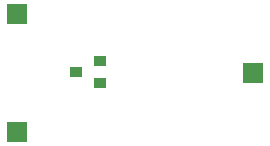
<source format=gbr>
%TF.GenerationSoftware,KiCad,Pcbnew,(5.1.6)-1*%
%TF.CreationDate,2022-09-21T11:03:18-04:00*%
%TF.ProjectId,Amiga-CR1220,416d6967-612d-4435-9231-3232302e6b69,rev?*%
%TF.SameCoordinates,Original*%
%TF.FileFunction,Soldermask,Bot*%
%TF.FilePolarity,Negative*%
%FSLAX46Y46*%
G04 Gerber Fmt 4.6, Leading zero omitted, Abs format (unit mm)*
G04 Created by KiCad (PCBNEW (5.1.6)-1) date 2022-09-21 11:03:18*
%MOMM*%
%LPD*%
G01*
G04 APERTURE LIST*
%ADD10R,1.800000X1.800000*%
%ADD11R,1.000000X0.900000*%
G04 APERTURE END LIST*
D10*
%TO.C,J1*%
X148500000Y-112000000D03*
%TD*%
%TO.C,J3*%
X168500000Y-117000000D03*
%TD*%
D11*
%TO.C,Q1*%
X155500000Y-116000000D03*
X155500000Y-117900000D03*
X153500000Y-116950000D03*
%TD*%
D10*
%TO.C,J2*%
X148500000Y-122000000D03*
%TD*%
M02*

</source>
